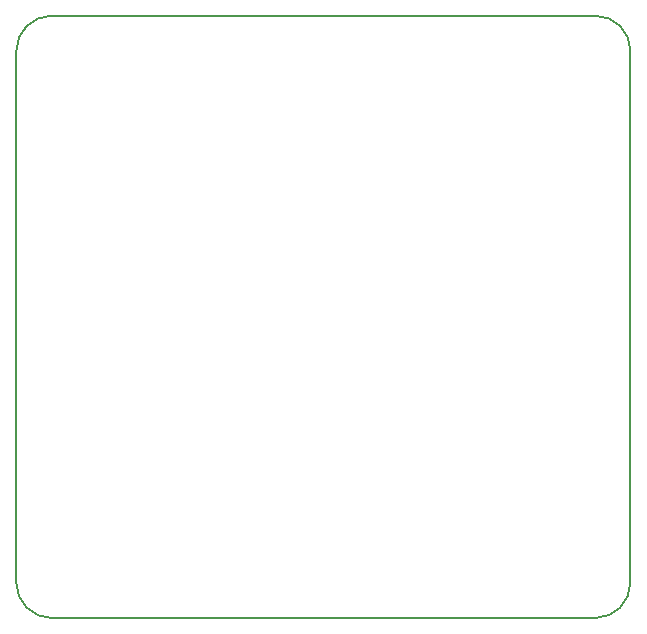
<source format=gbr>
G04 #@! TF.GenerationSoftware,KiCad,Pcbnew,(6.0.2)*
G04 #@! TF.CreationDate,2022-11-16T09:28:02-06:00*
G04 #@! TF.ProjectId,RP2040_minimal,52503230-3430-45f6-9d69-6e696d616c2e,REV1*
G04 #@! TF.SameCoordinates,Original*
G04 #@! TF.FileFunction,Profile,NP*
%FSLAX46Y46*%
G04 Gerber Fmt 4.6, Leading zero omitted, Abs format (unit mm)*
G04 Created by KiCad (PCBNEW (6.0.2)) date 2022-11-16 09:28:02*
%MOMM*%
%LPD*%
G01*
G04 APERTURE LIST*
G04 #@! TA.AperFunction,Profile*
%ADD10C,0.150000*%
G04 #@! TD*
G04 APERTURE END LIST*
D10*
X123000000Y-121000000D02*
X77000000Y-121000000D01*
X126000000Y-73000000D02*
X126000000Y-118000000D01*
X77000000Y-70000000D02*
X123000000Y-70000000D01*
X74000000Y-118000000D02*
X74000000Y-73000000D01*
X74000000Y-118000000D02*
G75*
G03*
X77000000Y-121000000I3000001J1D01*
G01*
X123000000Y-121000000D02*
G75*
G03*
X126000000Y-118000000I-1J3000001D01*
G01*
X126000000Y-73000000D02*
G75*
G03*
X123000000Y-70000000I-3000001J-1D01*
G01*
X77000000Y-70000000D02*
G75*
G03*
X74000000Y-73000000I1J-3000001D01*
G01*
M02*

</source>
